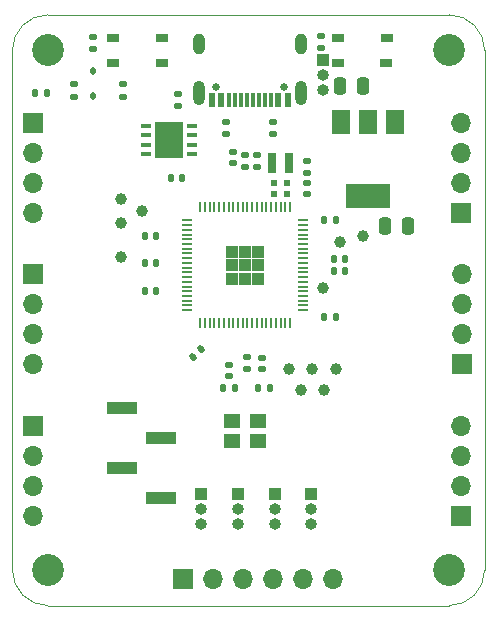
<source format=gbr>
%TF.GenerationSoftware,KiCad,Pcbnew,7.0.7*%
%TF.CreationDate,2024-09-17T12:02:14+01:00*%
%TF.ProjectId,Ponder,506f6e64-6572-42e6-9b69-6361645f7063,1.0*%
%TF.SameCoordinates,Original*%
%TF.FileFunction,Soldermask,Top*%
%TF.FilePolarity,Negative*%
%FSLAX46Y46*%
G04 Gerber Fmt 4.6, Leading zero omitted, Abs format (unit mm)*
G04 Created by KiCad (PCBNEW 7.0.7) date 2024-09-17 12:02:14*
%MOMM*%
%LPD*%
G01*
G04 APERTURE LIST*
G04 Aperture macros list*
%AMRoundRect*
0 Rectangle with rounded corners*
0 $1 Rounding radius*
0 $2 $3 $4 $5 $6 $7 $8 $9 X,Y pos of 4 corners*
0 Add a 4 corners polygon primitive as box body*
4,1,4,$2,$3,$4,$5,$6,$7,$8,$9,$2,$3,0*
0 Add four circle primitives for the rounded corners*
1,1,$1+$1,$2,$3*
1,1,$1+$1,$4,$5*
1,1,$1+$1,$6,$7*
1,1,$1+$1,$8,$9*
0 Add four rect primitives between the rounded corners*
20,1,$1+$1,$2,$3,$4,$5,0*
20,1,$1+$1,$4,$5,$6,$7,0*
20,1,$1+$1,$6,$7,$8,$9,0*
20,1,$1+$1,$8,$9,$2,$3,0*%
G04 Aperture macros list end*
%ADD10RoundRect,0.250000X-0.250000X-0.475000X0.250000X-0.475000X0.250000X0.475000X-0.250000X0.475000X0*%
%ADD11C,1.000000*%
%ADD12RoundRect,0.140000X-0.170000X0.140000X-0.170000X-0.140000X0.170000X-0.140000X0.170000X0.140000X0*%
%ADD13RoundRect,0.140000X0.170000X-0.140000X0.170000X0.140000X-0.170000X0.140000X-0.170000X-0.140000X0*%
%ADD14C,0.650000*%
%ADD15R,0.600000X1.150000*%
%ADD16R,0.300000X1.150000*%
%ADD17O,1.000000X2.100000*%
%ADD18O,1.000000X1.800000*%
%ADD19C,2.700000*%
%ADD20RoundRect,0.135000X-0.185000X0.135000X-0.185000X-0.135000X0.185000X-0.135000X0.185000X0.135000X0*%
%ADD21RoundRect,0.140000X-0.021213X0.219203X-0.219203X0.021213X0.021213X-0.219203X0.219203X-0.021213X0*%
%ADD22R,0.470000X0.530000*%
%ADD23R,1.500000X2.000000*%
%ADD24R,3.800000X2.000000*%
%ADD25RoundRect,0.135000X0.185000X-0.135000X0.185000X0.135000X-0.185000X0.135000X-0.185000X-0.135000X0*%
%ADD26RoundRect,0.112500X-0.112500X0.187500X-0.112500X-0.187500X0.112500X-0.187500X0.112500X0.187500X0*%
%ADD27RoundRect,0.140000X0.140000X0.170000X-0.140000X0.170000X-0.140000X-0.170000X0.140000X-0.170000X0*%
%ADD28RoundRect,0.055000X0.335000X-0.055000X0.335000X0.055000X-0.335000X0.055000X-0.335000X-0.055000X0*%
%ADD29RoundRect,0.055000X-0.055000X-0.335000X0.055000X-0.335000X0.055000X0.335000X-0.055000X0.335000X0*%
%ADD30C,0.600000*%
%ADD31R,1.133333X1.133333*%
%ADD32RoundRect,0.140000X-0.140000X-0.170000X0.140000X-0.170000X0.140000X0.170000X-0.140000X0.170000X0*%
%ADD33R,1.700000X1.700000*%
%ADD34O,1.700000X1.700000*%
%ADD35R,1.000000X1.000000*%
%ADD36O,1.000000X1.000000*%
%ADD37R,0.850000X0.350000*%
%ADD38R,2.400000X3.100000*%
%ADD39RoundRect,0.135000X-0.135000X-0.185000X0.135000X-0.185000X0.135000X0.185000X-0.135000X0.185000X0*%
%ADD40R,1.050000X0.650000*%
%ADD41R,1.400000X1.200000*%
%ADD42R,0.700000X1.700000*%
%ADD43R,2.510000X1.000000*%
%TA.AperFunction,Profile*%
%ADD44C,0.100000*%
%TD*%
G04 APERTURE END LIST*
D10*
%TO.C,C13*%
X148350000Y-79000000D03*
X150250000Y-79000000D03*
%TD*%
D11*
%TO.C,TP7*%
X129800000Y-90600000D03*
%TD*%
D12*
%TO.C,C5*%
X138900000Y-102620000D03*
X138900000Y-103580000D03*
%TD*%
D11*
%TO.C,TP9*%
X129800000Y-93500000D03*
%TD*%
D13*
%TO.C,C4*%
X139300000Y-85580000D03*
X139300000Y-84620000D03*
%TD*%
D14*
%TO.C,J1*%
X143590000Y-79105000D03*
X137810000Y-79105000D03*
D15*
X143900000Y-80180000D03*
X143100000Y-80180000D03*
D16*
X141950000Y-80180000D03*
X140950000Y-80180000D03*
X140450000Y-80180000D03*
X139450000Y-80180000D03*
D15*
X138300000Y-80180000D03*
X137500000Y-80180000D03*
X137500000Y-80180000D03*
X138300000Y-80180000D03*
D16*
X138950000Y-80180000D03*
X139950000Y-80180000D03*
X141450000Y-80180000D03*
X142450000Y-80180000D03*
D15*
X143100000Y-80180000D03*
X143900000Y-80180000D03*
D17*
X145020000Y-79605000D03*
D18*
X145020000Y-75425000D03*
D17*
X136380000Y-79605000D03*
D18*
X136380000Y-75425000D03*
%TD*%
D19*
%TO.C,H4*%
X123600000Y-120012500D03*
%TD*%
D12*
%TO.C,C15*%
X145500000Y-87220000D03*
X145500000Y-88180000D03*
%TD*%
D20*
%TO.C,R4*%
X146700000Y-74790000D03*
X146700000Y-75810000D03*
%TD*%
D21*
%TO.C,C12*%
X136539411Y-101260589D03*
X135860589Y-101939411D03*
%TD*%
D22*
%TO.C,C16*%
X142785000Y-88150000D03*
X143815000Y-88150000D03*
%TD*%
D20*
%TO.C,R6*%
X141300000Y-84890000D03*
X141300000Y-85910000D03*
%TD*%
D23*
%TO.C,U1*%
X153000000Y-82050000D03*
X150700000Y-82050000D03*
D24*
X150700000Y-88350000D03*
D23*
X148400000Y-82050000D03*
%TD*%
D25*
%TO.C,R2*%
X138700000Y-83110000D03*
X138700000Y-82090000D03*
%TD*%
D11*
%TO.C,TP12*%
X146900000Y-96100000D03*
%TD*%
%TO.C,TP4*%
X147000000Y-104750000D03*
%TD*%
D26*
%TO.C,D10*%
X127400000Y-77750000D03*
X127400000Y-79850000D03*
%TD*%
D25*
%TO.C,R1*%
X142700000Y-83110000D03*
X142700000Y-82090000D03*
%TD*%
D11*
%TO.C,TP1*%
X144000000Y-103000000D03*
%TD*%
D27*
%TO.C,C6*%
X134980000Y-86800000D03*
X134020000Y-86800000D03*
%TD*%
D28*
%TO.C,U3*%
X135403500Y-90400000D03*
X135403500Y-90800000D03*
X135403500Y-91200000D03*
X135403500Y-91600000D03*
X135403500Y-92000000D03*
X135403500Y-92400000D03*
X135403500Y-92800000D03*
X135403500Y-93200000D03*
X135403500Y-93600000D03*
X135403500Y-94000000D03*
X135403500Y-94400000D03*
X135403500Y-94800000D03*
X135403500Y-95200000D03*
X135403500Y-95600000D03*
X135403500Y-96000000D03*
X135403500Y-96400000D03*
X135403500Y-96800000D03*
X135403500Y-97200000D03*
X135403500Y-97600000D03*
X135403500Y-98000000D03*
D29*
X136500000Y-99096500D03*
X136900000Y-99096500D03*
X137300000Y-99096500D03*
X137700000Y-99096500D03*
X138100000Y-99096500D03*
X138500000Y-99096500D03*
X138900000Y-99096500D03*
X139300000Y-99096500D03*
X139700000Y-99096500D03*
X140100000Y-99096500D03*
X140500000Y-99096500D03*
X140900000Y-99096500D03*
X141300000Y-99096500D03*
X141700000Y-99096500D03*
X142100000Y-99096500D03*
X142500000Y-99096500D03*
X142900000Y-99096500D03*
X143300000Y-99096500D03*
X143700000Y-99096500D03*
X144100000Y-99096500D03*
D28*
X145196500Y-98000000D03*
X145196500Y-97600000D03*
X145196500Y-97200000D03*
X145196500Y-96800000D03*
X145196500Y-96400000D03*
X145196500Y-96000000D03*
X145196500Y-95600000D03*
X145196500Y-95200000D03*
X145196500Y-94800000D03*
X145196500Y-94400000D03*
X145196500Y-94000000D03*
X145196500Y-93600000D03*
X145196500Y-93200000D03*
X145196500Y-92800000D03*
X145196500Y-92400000D03*
X145196500Y-92000000D03*
X145196500Y-91600000D03*
X145196500Y-91200000D03*
X145196500Y-90800000D03*
X145196500Y-90400000D03*
D29*
X144100000Y-89303500D03*
X143700000Y-89303500D03*
X143300000Y-89303500D03*
X142900000Y-89303500D03*
X142500000Y-89303500D03*
X142100000Y-89303500D03*
X141700000Y-89303500D03*
X141300000Y-89303500D03*
X140900000Y-89303500D03*
X140500000Y-89303500D03*
X140100000Y-89303500D03*
X139700000Y-89303500D03*
X139300000Y-89303500D03*
X138900000Y-89303500D03*
X138500000Y-89303500D03*
X138100000Y-89303500D03*
X137700000Y-89303500D03*
X137300000Y-89303500D03*
X136900000Y-89303500D03*
X136500000Y-89303500D03*
D30*
X139166667Y-93066667D03*
D31*
X139166667Y-93066667D03*
D30*
X139166667Y-94200000D03*
D31*
X139166667Y-94200000D03*
D30*
X139166667Y-95333333D03*
D31*
X139166667Y-95333333D03*
D30*
X140300000Y-93066667D03*
D31*
X140300000Y-93066667D03*
D30*
X140300000Y-94200000D03*
D31*
X140300000Y-94200000D03*
D30*
X140300000Y-95333333D03*
D31*
X140300000Y-95333333D03*
D30*
X141433333Y-93066667D03*
D31*
X141433333Y-93066667D03*
D30*
X141433333Y-94200000D03*
D31*
X141433333Y-94200000D03*
D30*
X141433333Y-95333333D03*
D31*
X141433333Y-95333333D03*
%TD*%
D19*
%TO.C,H2*%
X157575000Y-75985000D03*
%TD*%
D22*
%TO.C,C17*%
X142785000Y-87200000D03*
X143815000Y-87200000D03*
%TD*%
D27*
%TO.C,C7*%
X132780000Y-91700000D03*
X131820000Y-91700000D03*
%TD*%
D10*
%TO.C,C14*%
X152150000Y-90900000D03*
X154050000Y-90900000D03*
%TD*%
D32*
%TO.C,C3*%
X147820000Y-93700000D03*
X148780000Y-93700000D03*
%TD*%
D33*
%TO.C,J8*%
X135040000Y-120800000D03*
D34*
X137580000Y-120800000D03*
X140120000Y-120800000D03*
X142660000Y-120800000D03*
X145200000Y-120800000D03*
X147740000Y-120800000D03*
%TD*%
D35*
%TO.C,J12*%
X136600000Y-113580000D03*
D36*
X136600000Y-114850000D03*
X136600000Y-116120000D03*
%TD*%
D19*
%TO.C,H1*%
X123600000Y-75985000D03*
%TD*%
D20*
%TO.C,R3*%
X145500000Y-85340000D03*
X145500000Y-86360000D03*
%TD*%
%TO.C,R9*%
X140500000Y-101995000D03*
X140500000Y-103015000D03*
%TD*%
D25*
%TO.C,R44*%
X125800000Y-79910000D03*
X125800000Y-78890000D03*
%TD*%
D37*
%TO.C,U2*%
X131900000Y-82400000D03*
X131900000Y-83200000D03*
X131900000Y-84000000D03*
X131900000Y-84800000D03*
X135800000Y-84800000D03*
X135800000Y-84000000D03*
X135800000Y-83200000D03*
X135800000Y-82400000D03*
D38*
X133850000Y-83600000D03*
%TD*%
D19*
%TO.C,H3*%
X157575000Y-120012500D03*
%TD*%
D32*
%TO.C,C8*%
X147825000Y-94700000D03*
X148785000Y-94700000D03*
%TD*%
D11*
%TO.C,TP10*%
X148300000Y-92200000D03*
%TD*%
D39*
%TO.C,R43*%
X122490000Y-79600000D03*
X123510000Y-79600000D03*
%TD*%
D11*
%TO.C,TP3*%
X145000000Y-104750000D03*
%TD*%
D35*
%TO.C,J14*%
X142800000Y-113560000D03*
D36*
X142800000Y-114830000D03*
X142800000Y-116100000D03*
%TD*%
D12*
%TO.C,C2*%
X141700000Y-102020000D03*
X141700000Y-102980000D03*
%TD*%
D27*
%TO.C,C1*%
X132780000Y-94000000D03*
X131820000Y-94000000D03*
%TD*%
%TO.C,C19*%
X139405000Y-104620000D03*
X138445000Y-104620000D03*
%TD*%
D40*
%TO.C,SW2*%
X129150000Y-74925000D03*
X133300000Y-74925000D03*
X129150000Y-77075000D03*
X133275000Y-77075000D03*
%TD*%
D32*
%TO.C,C10*%
X147020000Y-98600000D03*
X147980000Y-98600000D03*
%TD*%
D41*
%TO.C,X1*%
X139200000Y-109050000D03*
X141400000Y-109050000D03*
X141400000Y-107350000D03*
X139200000Y-107350000D03*
%TD*%
D42*
%TO.C,L1*%
X142600000Y-85550000D03*
X144000000Y-85550000D03*
%TD*%
D40*
%TO.C,SW1*%
X148125000Y-74925000D03*
X152275000Y-74925000D03*
X148125000Y-77075000D03*
X152250000Y-77075000D03*
%TD*%
D11*
%TO.C,TP2*%
X146000000Y-103000000D03*
%TD*%
D32*
%TO.C,C11*%
X147020000Y-90400000D03*
X147980000Y-90400000D03*
%TD*%
D20*
%TO.C,R8*%
X127400000Y-74890000D03*
X127400000Y-75910000D03*
%TD*%
%TO.C,R5*%
X140300000Y-84890000D03*
X140300000Y-85910000D03*
%TD*%
D11*
%TO.C,TP8*%
X131600000Y-89600000D03*
%TD*%
D35*
%TO.C,J13*%
X139700000Y-113550000D03*
D36*
X139700000Y-114820000D03*
X139700000Y-116090000D03*
%TD*%
D13*
%TO.C,C18*%
X134600000Y-80680000D03*
X134600000Y-79720000D03*
%TD*%
D27*
%TO.C,C9*%
X132780000Y-96400000D03*
X131820000Y-96400000D03*
%TD*%
D11*
%TO.C,TP11*%
X150300000Y-91700000D03*
%TD*%
%TO.C,TP5*%
X148000000Y-103000000D03*
%TD*%
D32*
%TO.C,C20*%
X141415000Y-104620000D03*
X142375000Y-104620000D03*
%TD*%
D11*
%TO.C,TP6*%
X129800000Y-88600000D03*
%TD*%
D20*
%TO.C,R7*%
X130000000Y-78890000D03*
X130000000Y-79910000D03*
%TD*%
D35*
%TO.C,J15*%
X145900000Y-113560000D03*
D36*
X145900000Y-114830000D03*
X145900000Y-116100000D03*
%TD*%
D43*
%TO.C,J11*%
X129900000Y-106290000D03*
X133210000Y-108830000D03*
X129900000Y-111370000D03*
X133210000Y-113910000D03*
%TD*%
D33*
%TO.C,J6*%
X158625000Y-102580000D03*
D34*
X158625000Y-100040000D03*
X158625000Y-97500000D03*
X158625000Y-94960000D03*
%TD*%
D33*
%TO.C,J2*%
X122375000Y-82175000D03*
D34*
X122375000Y-84715000D03*
X122375000Y-87255000D03*
X122375000Y-89795000D03*
%TD*%
D33*
%TO.C,J7*%
X158600000Y-89800000D03*
D34*
X158600000Y-87260000D03*
X158600000Y-84720000D03*
X158600000Y-82180000D03*
%TD*%
D33*
%TO.C,J3*%
X122375000Y-94950000D03*
D34*
X122375000Y-97490000D03*
X122375000Y-100030000D03*
X122375000Y-102570000D03*
%TD*%
D33*
%TO.C,J5*%
X158600000Y-115420000D03*
D34*
X158600000Y-112880000D03*
X158600000Y-110340000D03*
X158600000Y-107800000D03*
%TD*%
D35*
%TO.C,J9*%
X146900000Y-76825000D03*
D36*
X146900000Y-78095000D03*
X146900000Y-79365000D03*
%TD*%
D33*
%TO.C,J4*%
X122350000Y-107805000D03*
D34*
X122350000Y-110345000D03*
X122350000Y-112885000D03*
X122350000Y-115425000D03*
%TD*%
D44*
X120600000Y-120000000D02*
X120600000Y-75985000D01*
X160575000Y-75985000D02*
G75*
G03*
X157575000Y-72985000I-3000000J0D01*
G01*
X123600000Y-72985000D02*
G75*
G03*
X120600000Y-75985000I0J-3000000D01*
G01*
X120600000Y-120000000D02*
G75*
G03*
X123612500Y-123012500I3012500J0D01*
G01*
X123600000Y-72985000D02*
X157575000Y-72985000D01*
X157587500Y-123012500D02*
G75*
G03*
X160575000Y-120025000I0J2987500D01*
G01*
X157587500Y-123012500D02*
X123612500Y-123012500D01*
X160575000Y-75985000D02*
X160575000Y-120025000D01*
M02*

</source>
